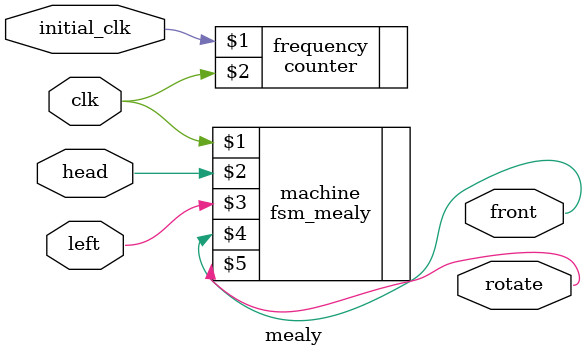
<source format=v>
module moore #(
    parameter clk_frequency = 1
) (
    initial_clk,
    clk,
    head,
    left,
    front,
    rotate
);
    input initial_clk, clk, head, left;
    output front, rotate;

    counter #(clk_frequency) frequency (
        initial_clk,
        clk
    );
    fsm_moore machine (
        clk,
        head,
        left,
        front,
        rotate
    );
endmodule

module mealy #(
    parameter clk_frequency = 1
) (
    initial_clk,
    clk,
    head,
    left,
    front,
    rotate
);
    input initial_clk, clk, head, left;
    output front, rotate;

    counter #(clk_frequency) frequency (
        initial_clk,
        clk
    );
    fsm_mealy machine (
        clk,
        head,
        left,
        front,
        rotate
    );
endmodule

</source>
